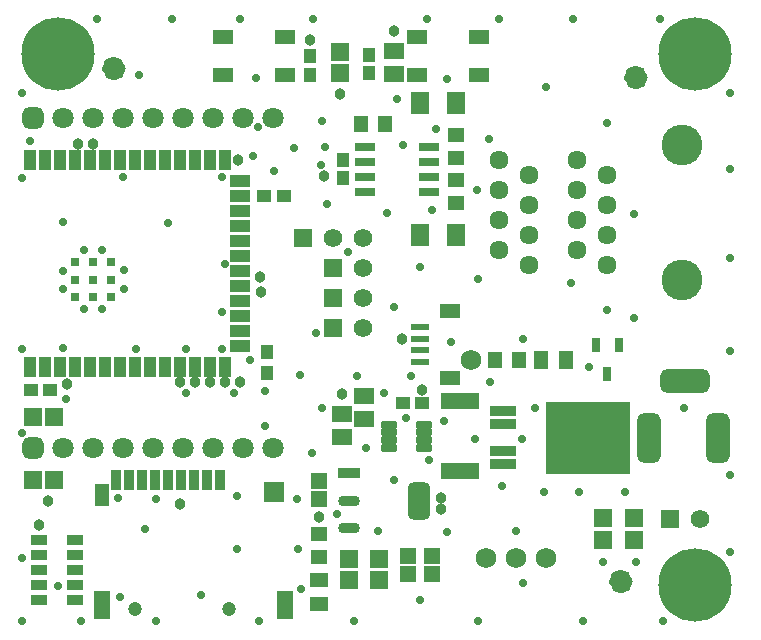
<source format=gts>
G04*
G04 #@! TF.GenerationSoftware,Altium Limited,Altium Designer,24.8.2 (39)*
G04*
G04 Layer_Color=8388736*
%FSLAX25Y25*%
%MOIN*%
G70*
G04*
G04 #@! TF.SameCoordinates,AA557069-6426-4FA0-AAFB-6E3012F5CD7C*
G04*
G04*
G04 #@! TF.FilePolarity,Negative*
G04*
G01*
G75*
%ADD20R,0.06127X0.05924*%
%ADD23R,0.07087X0.04724*%
%ADD24R,0.06102X0.02362*%
%ADD25R,0.04553X0.04182*%
%ADD26R,0.04182X0.04553*%
%ADD27R,0.05924X0.06127*%
%ADD30R,0.02800X0.02800*%
%ADD31R,0.04953X0.03985*%
%ADD32R,0.06313X0.07505*%
%ADD33R,0.03985X0.04953*%
%ADD34R,0.07321X0.03434*%
G04:AMPARAMS|DCode=35|XSize=73.21mil|YSize=34.34mil|CornerRadius=17.17mil|HoleSize=0mil|Usage=FLASHONLY|Rotation=0.000|XOffset=0mil|YOffset=0mil|HoleType=Round|Shape=RoundedRectangle|*
%AMROUNDEDRECTD35*
21,1,0.07321,0.00000,0,0,0.0*
21,1,0.03888,0.03434,0,0,0.0*
1,1,0.03434,0.01944,0.00000*
1,1,0.03434,-0.01944,0.00000*
1,1,0.03434,-0.01944,0.00000*
1,1,0.03434,0.01944,0.00000*
%
%ADD35ROUNDEDRECTD35*%
G04:AMPARAMS|DCode=36|XSize=73.21mil|YSize=124.89mil|CornerRadius=17.21mil|HoleSize=0mil|Usage=FLASHONLY|Rotation=0.000|XOffset=0mil|YOffset=0mil|HoleType=Round|Shape=RoundedRectangle|*
%AMROUNDEDRECTD36*
21,1,0.07321,0.09048,0,0,0.0*
21,1,0.03880,0.12489,0,0,0.0*
1,1,0.03441,0.01940,-0.04524*
1,1,0.03441,-0.01940,-0.04524*
1,1,0.03441,-0.01940,0.04524*
1,1,0.03441,0.01940,0.04524*
%
%ADD36ROUNDEDRECTD36*%
%ADD37R,0.05756X0.04757*%
%ADD38R,0.04757X0.05756*%
%ADD47R,0.05733X0.05525*%
%ADD49R,0.13024X0.05333*%
%ADD52C,0.03937*%
%ADD53R,0.27965X0.24225*%
%ADD54R,0.08871X0.03753*%
%ADD55R,0.04343X0.06706*%
%ADD56R,0.06706X0.04343*%
%ADD57R,0.06902X0.03162*%
%ADD58R,0.05524X0.03359*%
%ADD59R,0.03556X0.07099*%
%ADD60R,0.05524X0.09461*%
%ADD61R,0.05024X0.07387*%
%ADD62R,0.07099X0.06706*%
%ADD63R,0.06509X0.05524*%
%ADD64R,0.06902X0.04737*%
G04:AMPARAMS|DCode=65|XSize=25.72mil|YSize=55.24mil|CornerRadius=5.95mil|HoleSize=0mil|Usage=FLASHONLY|Rotation=270.000|XOffset=0mil|YOffset=0mil|HoleType=Round|Shape=RoundedRectangle|*
%AMROUNDEDRECTD65*
21,1,0.02572,0.04335,0,0,270.0*
21,1,0.01382,0.05524,0,0,270.0*
1,1,0.01190,-0.02167,-0.00691*
1,1,0.01190,-0.02167,0.00691*
1,1,0.01190,0.02167,0.00691*
1,1,0.01190,0.02167,-0.00691*
%
%ADD65ROUNDEDRECTD65*%
%ADD66R,0.05918X0.05131*%
%ADD67R,0.05131X0.05918*%
%ADD68R,0.03162X0.04737*%
%ADD69C,0.07099*%
G04:AMPARAMS|DCode=70|XSize=70.99mil|YSize=70.99mil|CornerRadius=19.75mil|HoleSize=0mil|Usage=FLASHONLY|Rotation=0.000|XOffset=0mil|YOffset=0mil|HoleType=Round|Shape=RoundedRectangle|*
%AMROUNDEDRECTD70*
21,1,0.07099,0.03150,0,0,0.0*
21,1,0.03150,0.07099,0,0,0.0*
1,1,0.03950,0.01575,-0.01575*
1,1,0.03950,-0.01575,-0.01575*
1,1,0.03950,-0.01575,0.01575*
1,1,0.03950,0.01575,0.01575*
%
%ADD70ROUNDEDRECTD70*%
%ADD71C,0.24422*%
%ADD72C,0.06181*%
%ADD73R,0.06181X0.06181*%
%ADD74C,0.04737*%
%ADD75C,0.06343*%
%ADD76C,0.13595*%
%ADD77C,0.06800*%
G04:AMPARAMS|DCode=78|XSize=165.48mil|YSize=78.87mil|CornerRadius=21.72mil|HoleSize=0mil|Usage=FLASHONLY|Rotation=270.000|XOffset=0mil|YOffset=0mil|HoleType=Round|Shape=RoundedRectangle|*
%AMROUNDEDRECTD78*
21,1,0.16548,0.03543,0,0,270.0*
21,1,0.12205,0.07887,0,0,270.0*
1,1,0.04343,-0.01772,-0.06102*
1,1,0.04343,-0.01772,0.06102*
1,1,0.04343,0.01772,0.06102*
1,1,0.04343,0.01772,-0.06102*
%
%ADD78ROUNDEDRECTD78*%
G04:AMPARAMS|DCode=79|XSize=165.48mil|YSize=78.87mil|CornerRadius=21.72mil|HoleSize=0mil|Usage=FLASHONLY|Rotation=0.000|XOffset=0mil|YOffset=0mil|HoleType=Round|Shape=RoundedRectangle|*
%AMROUNDEDRECTD79*
21,1,0.16548,0.03543,0,0,0.0*
21,1,0.12205,0.07887,0,0,0.0*
1,1,0.04343,0.06102,-0.01772*
1,1,0.04343,-0.06102,-0.01772*
1,1,0.04343,-0.06102,0.01772*
1,1,0.04343,0.06102,0.01772*
%
%ADD79ROUNDEDRECTD79*%
%ADD80C,0.02800*%
%ADD81C,0.03800*%
D20*
X208000Y30954D02*
D03*
Y38046D02*
D03*
X110000Y186454D02*
D03*
Y193546D02*
D03*
X113000Y24546D02*
D03*
Y17454D02*
D03*
X123000Y24546D02*
D03*
Y17454D02*
D03*
X197500Y38046D02*
D03*
Y30954D02*
D03*
D23*
X146453Y84976D02*
D03*
Y107024D02*
D03*
D24*
X136512Y90095D02*
D03*
Y94032D02*
D03*
Y97969D02*
D03*
Y101906D02*
D03*
D25*
X91200Y145500D02*
D03*
X84500D02*
D03*
D26*
X85500Y86650D02*
D03*
Y93350D02*
D03*
D27*
X7454Y51000D02*
D03*
X14546D02*
D03*
X7454Y72000D02*
D03*
X14546D02*
D03*
D30*
X21638Y111740D02*
D03*
X27543D02*
D03*
X33449D02*
D03*
X27543Y117646D02*
D03*
X33449D02*
D03*
X21638Y123551D02*
D03*
X27543D02*
D03*
X33449D02*
D03*
X21638Y117646D02*
D03*
D31*
X130941Y76500D02*
D03*
X137059D02*
D03*
X6941Y81000D02*
D03*
X13059D02*
D03*
D32*
X148407Y132500D02*
D03*
X136593D02*
D03*
X136593Y176500D02*
D03*
X148407D02*
D03*
D33*
X100000Y185941D02*
D03*
Y192059D02*
D03*
X111000Y157559D02*
D03*
Y151441D02*
D03*
X119500Y186441D02*
D03*
Y192559D02*
D03*
D34*
X112782Y53055D02*
D03*
D35*
Y44000D02*
D03*
Y34945D02*
D03*
D36*
X136218Y44000D02*
D03*
D37*
X148500Y158055D02*
D03*
Y165945D02*
D03*
Y150945D02*
D03*
Y143055D02*
D03*
X103000Y25055D02*
D03*
Y32945D02*
D03*
D38*
X117055Y169500D02*
D03*
X124945D02*
D03*
X161555Y91000D02*
D03*
X169445D02*
D03*
D47*
X103000Y44349D02*
D03*
Y50651D02*
D03*
X132500Y25651D02*
D03*
Y19349D02*
D03*
X140500Y25651D02*
D03*
Y19349D02*
D03*
D49*
X150000Y53883D02*
D03*
Y77117D02*
D03*
D52*
X205469Y17000D02*
G03*
X205469Y17000I-1969J0D01*
G01*
X36468Y188000D02*
G03*
X36468Y188000I-1969J0D01*
G01*
X210469Y185000D02*
G03*
X210469Y185000I-1969J0D01*
G01*
D53*
X192500Y65000D02*
D03*
D54*
X164154Y56024D02*
D03*
Y60512D02*
D03*
Y69488D02*
D03*
Y73976D02*
D03*
D55*
X6480Y88551D02*
D03*
X11480D02*
D03*
X16480D02*
D03*
X21480D02*
D03*
X26480D02*
D03*
X31480D02*
D03*
X36480D02*
D03*
X41480D02*
D03*
X46480D02*
D03*
X51480D02*
D03*
X56480D02*
D03*
X61480D02*
D03*
X66480D02*
D03*
X71480D02*
D03*
Y157449D02*
D03*
X66480D02*
D03*
X61480D02*
D03*
X56480D02*
D03*
X51480D02*
D03*
X46480D02*
D03*
X41480D02*
D03*
X36480D02*
D03*
X31480D02*
D03*
X26480D02*
D03*
X21480D02*
D03*
X16480D02*
D03*
X11480D02*
D03*
X6480D02*
D03*
D56*
X76402Y95500D02*
D03*
Y100500D02*
D03*
Y105500D02*
D03*
Y110500D02*
D03*
Y115500D02*
D03*
Y120500D02*
D03*
Y125500D02*
D03*
Y130500D02*
D03*
Y135500D02*
D03*
Y140500D02*
D03*
Y145500D02*
D03*
Y150500D02*
D03*
D57*
X118370Y157000D02*
D03*
Y162000D02*
D03*
Y152000D02*
D03*
Y147000D02*
D03*
X139630Y162000D02*
D03*
Y157000D02*
D03*
Y152000D02*
D03*
Y147000D02*
D03*
D58*
X21602Y11000D02*
D03*
Y16000D02*
D03*
Y21000D02*
D03*
Y26000D02*
D03*
Y31000D02*
D03*
X9398Y11000D02*
D03*
Y16000D02*
D03*
Y21000D02*
D03*
Y26000D02*
D03*
Y31000D02*
D03*
D59*
X35213Y51012D02*
D03*
X39543D02*
D03*
X43874D02*
D03*
X52535D02*
D03*
X61197D02*
D03*
X65528D02*
D03*
X69858D02*
D03*
X56866D02*
D03*
X48205D02*
D03*
D60*
X30488Y9280D02*
D03*
X91512D02*
D03*
D61*
X30488Y45894D02*
D03*
D62*
X87969Y46878D02*
D03*
D63*
X128000Y186063D02*
D03*
Y193937D02*
D03*
X118000Y71063D02*
D03*
Y78937D02*
D03*
X110500Y65126D02*
D03*
Y73000D02*
D03*
D64*
X70831Y198598D02*
D03*
X91500Y186000D02*
D03*
Y198598D02*
D03*
X70831Y186000D02*
D03*
X156169D02*
D03*
X135500Y198598D02*
D03*
Y186000D02*
D03*
X156169Y198598D02*
D03*
D65*
X137807Y61661D02*
D03*
Y64220D02*
D03*
X126193Y69339D02*
D03*
Y66780D02*
D03*
Y64220D02*
D03*
Y61661D02*
D03*
X137807Y69339D02*
D03*
Y66780D02*
D03*
D66*
X103000Y17634D02*
D03*
Y9366D02*
D03*
D67*
X176866Y91000D02*
D03*
X185134D02*
D03*
D68*
X202740Y95724D02*
D03*
X195260D02*
D03*
X199000Y86276D02*
D03*
D69*
X87500Y61500D02*
D03*
X67500D02*
D03*
X47500D02*
D03*
X27500D02*
D03*
X37500D02*
D03*
X57500D02*
D03*
X17500D02*
D03*
X77500D02*
D03*
X57500Y171500D02*
D03*
X37500D02*
D03*
X17500D02*
D03*
X27500D02*
D03*
X47500D02*
D03*
X67500D02*
D03*
X77500D02*
D03*
X87500D02*
D03*
D70*
X7500Y61500D02*
D03*
Y171500D02*
D03*
D71*
X15748Y192913D02*
D03*
X228346Y15748D02*
D03*
Y192913D02*
D03*
D72*
X117500Y101500D02*
D03*
X117440Y111500D02*
D03*
X117500Y131500D02*
D03*
X107500D02*
D03*
X117440Y121500D02*
D03*
X230000Y38000D02*
D03*
D73*
X107500Y101500D02*
D03*
X107440Y111500D02*
D03*
X97500Y131500D02*
D03*
X107440Y121500D02*
D03*
X220000Y38000D02*
D03*
D74*
X41512Y7705D02*
D03*
X73008D02*
D03*
D75*
X189000Y157500D02*
D03*
X199000Y152500D02*
D03*
X189000Y147500D02*
D03*
X199000Y142500D02*
D03*
X189000Y137500D02*
D03*
Y127500D02*
D03*
X173016Y122500D02*
D03*
X163016Y127500D02*
D03*
X173016Y132500D02*
D03*
X163016Y137500D02*
D03*
X173016Y142500D02*
D03*
X163016Y147500D02*
D03*
X173016Y152500D02*
D03*
X199000Y132500D02*
D03*
Y122500D02*
D03*
X163016Y157500D02*
D03*
D76*
X224000Y162500D02*
D03*
Y117500D02*
D03*
D77*
X178500Y25000D02*
D03*
X158500D02*
D03*
X168500D02*
D03*
X153500Y91000D02*
D03*
D78*
X213000Y65000D02*
D03*
X235835D02*
D03*
D79*
X224811Y83898D02*
D03*
D80*
X85000Y80500D02*
D03*
X81000Y159000D02*
D03*
X105000Y162000D02*
D03*
X58500Y80000D02*
D03*
X96500Y86000D02*
D03*
X101852Y100000D02*
D03*
X58500Y94500D02*
D03*
X105500Y143000D02*
D03*
X71517Y122983D02*
D03*
X103500Y156000D02*
D03*
X70500Y107000D02*
D03*
X42000Y94500D02*
D03*
X70500D02*
D03*
X197500Y23500D02*
D03*
X36000Y45000D02*
D03*
X112500Y127000D02*
D03*
X155500Y147500D02*
D03*
X199000Y107500D02*
D03*
X164000Y49000D02*
D03*
X109000Y39500D02*
D03*
X160000Y83500D02*
D03*
X199000Y170000D02*
D03*
X178500Y182000D02*
D03*
X82500Y168500D02*
D03*
X104000Y170500D02*
D03*
X129000Y178000D02*
D03*
X142000Y168000D02*
D03*
X159500Y164500D02*
D03*
X145500Y184500D02*
D03*
X82000Y185000D02*
D03*
X43000Y186000D02*
D03*
X4000Y180000D02*
D03*
X29000Y204500D02*
D03*
X54000D02*
D03*
X76500D02*
D03*
X101000D02*
D03*
X139000D02*
D03*
X163000D02*
D03*
X187500D02*
D03*
X216500D02*
D03*
X240000Y180000D02*
D03*
Y154500D02*
D03*
X208000Y139500D02*
D03*
X240000Y125000D02*
D03*
X208000Y105000D02*
D03*
X240000Y94000D02*
D03*
X170500Y64500D02*
D03*
X155000D02*
D03*
X175000Y75000D02*
D03*
X193000Y88500D02*
D03*
X187000Y116500D02*
D03*
X171000Y98000D02*
D03*
X156000Y118000D02*
D03*
X140500Y141000D02*
D03*
X131000Y162500D02*
D03*
X125500Y140000D02*
D03*
X136500Y122000D02*
D03*
X128000Y108500D02*
D03*
X147000Y97000D02*
D03*
X104000Y75000D02*
D03*
X115500Y85500D02*
D03*
X133500D02*
D03*
X124500Y80000D02*
D03*
X144500Y70500D02*
D03*
X132000Y71500D02*
D03*
X139500Y57500D02*
D03*
X128000Y51000D02*
D03*
X118500Y61500D02*
D03*
X122500Y34000D02*
D03*
X145500Y33500D02*
D03*
X168500Y34000D02*
D03*
X178000Y47000D02*
D03*
X189500D02*
D03*
X205000D02*
D03*
X224500Y75000D02*
D03*
X240000Y52500D02*
D03*
Y27000D02*
D03*
X217500Y4000D02*
D03*
X208500Y23500D02*
D03*
X191000Y4000D02*
D03*
X171000Y16500D02*
D03*
X156000Y4000D02*
D03*
X136500Y11000D02*
D03*
X97000Y14500D02*
D03*
X114500Y4000D02*
D03*
X83000D02*
D03*
X48500D02*
D03*
X96000Y28000D02*
D03*
X95500Y44500D02*
D03*
X94500Y161500D02*
D03*
X88000Y154000D02*
D03*
X6500Y164000D02*
D03*
X17500Y137000D02*
D03*
Y95000D02*
D03*
X52500Y136500D02*
D03*
X30500Y127500D02*
D03*
X24500D02*
D03*
X17500Y120500D02*
D03*
Y114500D02*
D03*
X24500Y108000D02*
D03*
X30500D02*
D03*
X38000Y114500D02*
D03*
Y121000D02*
D03*
X37500Y152000D02*
D03*
X4000Y151500D02*
D03*
X70500Y152000D02*
D03*
X4000Y94500D02*
D03*
Y66500D02*
D03*
X18500Y78000D02*
D03*
X4000Y25000D02*
D03*
Y4000D02*
D03*
X16000Y15500D02*
D03*
X23500Y4000D02*
D03*
X36500Y12000D02*
D03*
X63500Y12500D02*
D03*
X75500Y28000D02*
D03*
Y45500D02*
D03*
X100500Y60000D02*
D03*
X85000Y69000D02*
D03*
X80000Y91000D02*
D03*
X74500Y80000D02*
D03*
X48500Y44500D02*
D03*
X45000Y34500D02*
D03*
D81*
X83130Y118630D02*
D03*
X104440Y152060D02*
D03*
X12500Y44000D02*
D03*
X9398Y35898D02*
D03*
X56500Y43000D02*
D03*
X83500Y113500D02*
D03*
X18883Y83002D02*
D03*
X100000Y197500D02*
D03*
X143500Y41100D02*
D03*
X110500Y79500D02*
D03*
X76402Y83598D02*
D03*
X71480Y83520D02*
D03*
X66480D02*
D03*
X61480D02*
D03*
X56480D02*
D03*
X27500Y163000D02*
D03*
X22500D02*
D03*
X143500Y45000D02*
D03*
X75949Y157449D02*
D03*
X130500Y98000D02*
D03*
X110000Y179500D02*
D03*
X128000Y200500D02*
D03*
X137059Y80941D02*
D03*
X103000Y38500D02*
D03*
M02*

</source>
